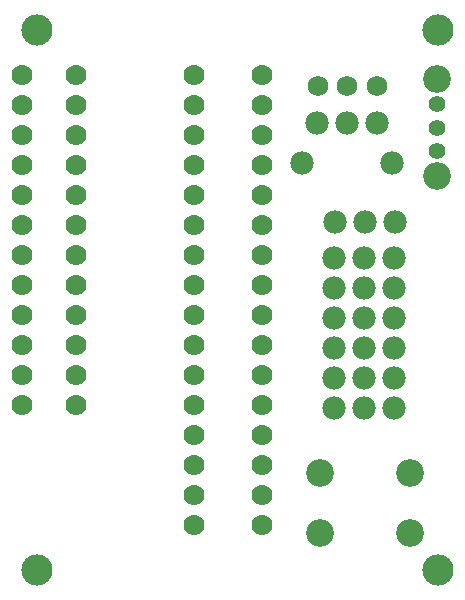
<source format=gbs>
G04 EAGLE Gerber X2 export*
%TF.Part,Single*%
%TF.FileFunction,Soldermask,Bot*%
%TF.FilePolarity,Negative*%
%TF.GenerationSoftware,Autodesk,EAGLE,9.1.2*%
%TF.CreationDate,2018-08-18T03:54:16Z*%
G75*
%MOIN*%
%FSLAX36Y36*%
%LPD*%
%AMOC8*
5,1,8,0,0,1.08239X$1,22.5*%
G01*
%ADD10C,0.104000*%
%ADD11C,0.070000*%
%ADD12C,0.078000*%
%ADD13C,0.092583*%
%ADD14C,0.068961*%
%ADD15C,0.055496*%


D10*
X105512Y1900000D03*
X1444094Y1900000D03*
X1444094Y100000D03*
X105512Y100000D03*
D11*
X855512Y1750000D03*
X855512Y1650000D03*
X855512Y1550000D03*
X855512Y1450000D03*
X855512Y1350000D03*
X855512Y1250000D03*
X855512Y1150000D03*
X855512Y1050000D03*
X855512Y950000D03*
X855512Y850000D03*
X855512Y750000D03*
X855512Y650000D03*
X855512Y550000D03*
X855512Y450000D03*
X855512Y350000D03*
X855512Y250000D03*
X55512Y650000D03*
X55512Y750000D03*
X55512Y850000D03*
X55512Y950000D03*
X55512Y1050000D03*
X55512Y1150000D03*
X55512Y1250000D03*
X55512Y1350000D03*
X55512Y1450000D03*
X55512Y1550000D03*
X55512Y1650000D03*
X55512Y1750000D03*
D12*
X1299213Y1259843D03*
X1199213Y1259843D03*
X1099213Y1259843D03*
D13*
X1350787Y222835D03*
X1350787Y422835D03*
X1050787Y422835D03*
X1050787Y222835D03*
D14*
X1240157Y1712598D03*
X1141732Y1712598D03*
X1043307Y1712598D03*
D15*
X1440945Y1496063D03*
X1440945Y1574803D03*
X1440945Y1653543D03*
D13*
X1440945Y1413386D03*
X1440945Y1736220D03*
D12*
X1240157Y1590551D03*
X1140157Y1590551D03*
X1040157Y1590551D03*
X1291732Y1456693D03*
X991732Y1456693D03*
X1298465Y641732D03*
X1298465Y741732D03*
X1298465Y841732D03*
X1298465Y941732D03*
X1298465Y1041732D03*
X1298465Y1141732D03*
X1198465Y641732D03*
X1198465Y741732D03*
X1198465Y841732D03*
X1198465Y941732D03*
X1198465Y1041732D03*
X1198465Y1141732D03*
X1098465Y641732D03*
X1098465Y741732D03*
X1098465Y841732D03*
X1098465Y941732D03*
X1098465Y1041732D03*
X1098465Y1141732D03*
D11*
X629921Y1750000D03*
X629921Y1650000D03*
X629921Y1550000D03*
X629921Y1450000D03*
X629921Y1350000D03*
X629921Y1250000D03*
X629921Y1150000D03*
X629921Y1050000D03*
X629921Y950000D03*
X629921Y850000D03*
X629921Y750000D03*
X629921Y650000D03*
X629921Y550000D03*
X629921Y450000D03*
X629921Y350000D03*
X629921Y250000D03*
X236220Y650000D03*
X236220Y750000D03*
X236220Y850000D03*
X236220Y950000D03*
X236220Y1050000D03*
X236220Y1150000D03*
X236220Y1250000D03*
X236220Y1350000D03*
X236220Y1450000D03*
X236220Y1550000D03*
X236220Y1650000D03*
X236220Y1750000D03*
M02*

</source>
